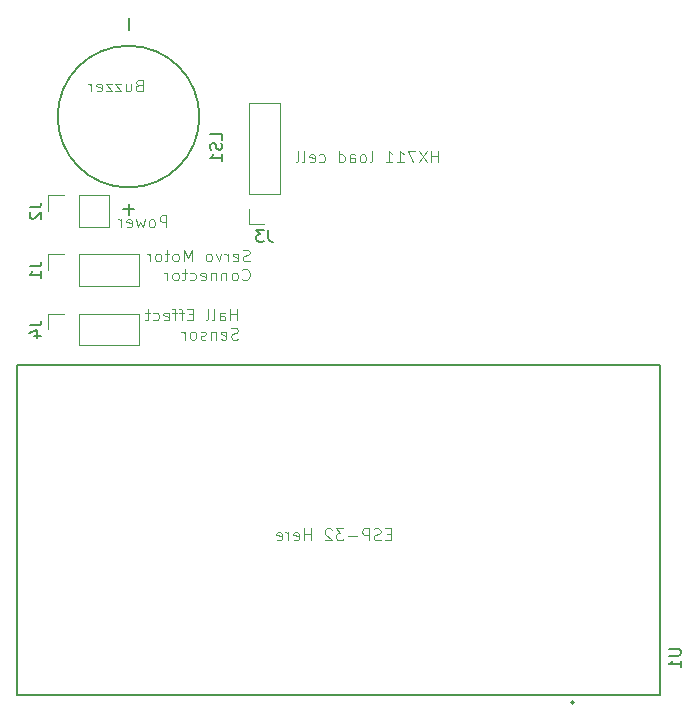
<source format=gbr>
%TF.GenerationSoftware,KiCad,Pcbnew,8.0.8*%
%TF.CreationDate,2025-07-06T22:48:33+02:00*%
%TF.ProjectId,custom locker,63757374-6f6d-4206-9c6f-636b65722e6b,rev?*%
%TF.SameCoordinates,Original*%
%TF.FileFunction,Legend,Bot*%
%TF.FilePolarity,Positive*%
%FSLAX46Y46*%
G04 Gerber Fmt 4.6, Leading zero omitted, Abs format (unit mm)*
G04 Created by KiCad (PCBNEW 8.0.8) date 2025-07-06 22:48:33*
%MOMM*%
%LPD*%
G01*
G04 APERTURE LIST*
%ADD10C,0.100000*%
%ADD11C,0.150000*%
%ADD12C,0.120000*%
%ADD13C,0.127000*%
%ADD14C,0.200000*%
G04 APERTURE END LIST*
D10*
X24696115Y-38372419D02*
X24696115Y-37372419D01*
X24696115Y-37372419D02*
X24315163Y-37372419D01*
X24315163Y-37372419D02*
X24219925Y-37420038D01*
X24219925Y-37420038D02*
X24172306Y-37467657D01*
X24172306Y-37467657D02*
X24124687Y-37562895D01*
X24124687Y-37562895D02*
X24124687Y-37705752D01*
X24124687Y-37705752D02*
X24172306Y-37800990D01*
X24172306Y-37800990D02*
X24219925Y-37848609D01*
X24219925Y-37848609D02*
X24315163Y-37896228D01*
X24315163Y-37896228D02*
X24696115Y-37896228D01*
X23553258Y-38372419D02*
X23648496Y-38324800D01*
X23648496Y-38324800D02*
X23696115Y-38277180D01*
X23696115Y-38277180D02*
X23743734Y-38181942D01*
X23743734Y-38181942D02*
X23743734Y-37896228D01*
X23743734Y-37896228D02*
X23696115Y-37800990D01*
X23696115Y-37800990D02*
X23648496Y-37753371D01*
X23648496Y-37753371D02*
X23553258Y-37705752D01*
X23553258Y-37705752D02*
X23410401Y-37705752D01*
X23410401Y-37705752D02*
X23315163Y-37753371D01*
X23315163Y-37753371D02*
X23267544Y-37800990D01*
X23267544Y-37800990D02*
X23219925Y-37896228D01*
X23219925Y-37896228D02*
X23219925Y-38181942D01*
X23219925Y-38181942D02*
X23267544Y-38277180D01*
X23267544Y-38277180D02*
X23315163Y-38324800D01*
X23315163Y-38324800D02*
X23410401Y-38372419D01*
X23410401Y-38372419D02*
X23553258Y-38372419D01*
X22886591Y-37705752D02*
X22696115Y-38372419D01*
X22696115Y-38372419D02*
X22505639Y-37896228D01*
X22505639Y-37896228D02*
X22315163Y-38372419D01*
X22315163Y-38372419D02*
X22124687Y-37705752D01*
X21362782Y-38324800D02*
X21458020Y-38372419D01*
X21458020Y-38372419D02*
X21648496Y-38372419D01*
X21648496Y-38372419D02*
X21743734Y-38324800D01*
X21743734Y-38324800D02*
X21791353Y-38229561D01*
X21791353Y-38229561D02*
X21791353Y-37848609D01*
X21791353Y-37848609D02*
X21743734Y-37753371D01*
X21743734Y-37753371D02*
X21648496Y-37705752D01*
X21648496Y-37705752D02*
X21458020Y-37705752D01*
X21458020Y-37705752D02*
X21362782Y-37753371D01*
X21362782Y-37753371D02*
X21315163Y-37848609D01*
X21315163Y-37848609D02*
X21315163Y-37943847D01*
X21315163Y-37943847D02*
X21791353Y-38039085D01*
X20886591Y-38372419D02*
X20886591Y-37705752D01*
X20886591Y-37896228D02*
X20838972Y-37800990D01*
X20838972Y-37800990D02*
X20791353Y-37753371D01*
X20791353Y-37753371D02*
X20696115Y-37705752D01*
X20696115Y-37705752D02*
X20600877Y-37705752D01*
X43696115Y-64348609D02*
X43362782Y-64348609D01*
X43219925Y-64872419D02*
X43696115Y-64872419D01*
X43696115Y-64872419D02*
X43696115Y-63872419D01*
X43696115Y-63872419D02*
X43219925Y-63872419D01*
X42838972Y-64824800D02*
X42696115Y-64872419D01*
X42696115Y-64872419D02*
X42458020Y-64872419D01*
X42458020Y-64872419D02*
X42362782Y-64824800D01*
X42362782Y-64824800D02*
X42315163Y-64777180D01*
X42315163Y-64777180D02*
X42267544Y-64681942D01*
X42267544Y-64681942D02*
X42267544Y-64586704D01*
X42267544Y-64586704D02*
X42315163Y-64491466D01*
X42315163Y-64491466D02*
X42362782Y-64443847D01*
X42362782Y-64443847D02*
X42458020Y-64396228D01*
X42458020Y-64396228D02*
X42648496Y-64348609D01*
X42648496Y-64348609D02*
X42743734Y-64300990D01*
X42743734Y-64300990D02*
X42791353Y-64253371D01*
X42791353Y-64253371D02*
X42838972Y-64158133D01*
X42838972Y-64158133D02*
X42838972Y-64062895D01*
X42838972Y-64062895D02*
X42791353Y-63967657D01*
X42791353Y-63967657D02*
X42743734Y-63920038D01*
X42743734Y-63920038D02*
X42648496Y-63872419D01*
X42648496Y-63872419D02*
X42410401Y-63872419D01*
X42410401Y-63872419D02*
X42267544Y-63920038D01*
X41838972Y-64872419D02*
X41838972Y-63872419D01*
X41838972Y-63872419D02*
X41458020Y-63872419D01*
X41458020Y-63872419D02*
X41362782Y-63920038D01*
X41362782Y-63920038D02*
X41315163Y-63967657D01*
X41315163Y-63967657D02*
X41267544Y-64062895D01*
X41267544Y-64062895D02*
X41267544Y-64205752D01*
X41267544Y-64205752D02*
X41315163Y-64300990D01*
X41315163Y-64300990D02*
X41362782Y-64348609D01*
X41362782Y-64348609D02*
X41458020Y-64396228D01*
X41458020Y-64396228D02*
X41838972Y-64396228D01*
X40838972Y-64491466D02*
X40077068Y-64491466D01*
X39696115Y-63872419D02*
X39077068Y-63872419D01*
X39077068Y-63872419D02*
X39410401Y-64253371D01*
X39410401Y-64253371D02*
X39267544Y-64253371D01*
X39267544Y-64253371D02*
X39172306Y-64300990D01*
X39172306Y-64300990D02*
X39124687Y-64348609D01*
X39124687Y-64348609D02*
X39077068Y-64443847D01*
X39077068Y-64443847D02*
X39077068Y-64681942D01*
X39077068Y-64681942D02*
X39124687Y-64777180D01*
X39124687Y-64777180D02*
X39172306Y-64824800D01*
X39172306Y-64824800D02*
X39267544Y-64872419D01*
X39267544Y-64872419D02*
X39553258Y-64872419D01*
X39553258Y-64872419D02*
X39648496Y-64824800D01*
X39648496Y-64824800D02*
X39696115Y-64777180D01*
X38696115Y-63967657D02*
X38648496Y-63920038D01*
X38648496Y-63920038D02*
X38553258Y-63872419D01*
X38553258Y-63872419D02*
X38315163Y-63872419D01*
X38315163Y-63872419D02*
X38219925Y-63920038D01*
X38219925Y-63920038D02*
X38172306Y-63967657D01*
X38172306Y-63967657D02*
X38124687Y-64062895D01*
X38124687Y-64062895D02*
X38124687Y-64158133D01*
X38124687Y-64158133D02*
X38172306Y-64300990D01*
X38172306Y-64300990D02*
X38743734Y-64872419D01*
X38743734Y-64872419D02*
X38124687Y-64872419D01*
X36934210Y-64872419D02*
X36934210Y-63872419D01*
X36934210Y-64348609D02*
X36362782Y-64348609D01*
X36362782Y-64872419D02*
X36362782Y-63872419D01*
X35505639Y-64824800D02*
X35600877Y-64872419D01*
X35600877Y-64872419D02*
X35791353Y-64872419D01*
X35791353Y-64872419D02*
X35886591Y-64824800D01*
X35886591Y-64824800D02*
X35934210Y-64729561D01*
X35934210Y-64729561D02*
X35934210Y-64348609D01*
X35934210Y-64348609D02*
X35886591Y-64253371D01*
X35886591Y-64253371D02*
X35791353Y-64205752D01*
X35791353Y-64205752D02*
X35600877Y-64205752D01*
X35600877Y-64205752D02*
X35505639Y-64253371D01*
X35505639Y-64253371D02*
X35458020Y-64348609D01*
X35458020Y-64348609D02*
X35458020Y-64443847D01*
X35458020Y-64443847D02*
X35934210Y-64539085D01*
X35029448Y-64872419D02*
X35029448Y-64205752D01*
X35029448Y-64396228D02*
X34981829Y-64300990D01*
X34981829Y-64300990D02*
X34934210Y-64253371D01*
X34934210Y-64253371D02*
X34838972Y-64205752D01*
X34838972Y-64205752D02*
X34743734Y-64205752D01*
X34029448Y-64824800D02*
X34124686Y-64872419D01*
X34124686Y-64872419D02*
X34315162Y-64872419D01*
X34315162Y-64872419D02*
X34410400Y-64824800D01*
X34410400Y-64824800D02*
X34458019Y-64729561D01*
X34458019Y-64729561D02*
X34458019Y-64348609D01*
X34458019Y-64348609D02*
X34410400Y-64253371D01*
X34410400Y-64253371D02*
X34315162Y-64205752D01*
X34315162Y-64205752D02*
X34124686Y-64205752D01*
X34124686Y-64205752D02*
X34029448Y-64253371D01*
X34029448Y-64253371D02*
X33981829Y-64348609D01*
X33981829Y-64348609D02*
X33981829Y-64443847D01*
X33981829Y-64443847D02*
X34458019Y-64539085D01*
X47696115Y-32872419D02*
X47696115Y-31872419D01*
X47696115Y-32348609D02*
X47124687Y-32348609D01*
X47124687Y-32872419D02*
X47124687Y-31872419D01*
X46743734Y-31872419D02*
X46077068Y-32872419D01*
X46077068Y-31872419D02*
X46743734Y-32872419D01*
X45791353Y-31872419D02*
X45124687Y-31872419D01*
X45124687Y-31872419D02*
X45553258Y-32872419D01*
X44219925Y-32872419D02*
X44791353Y-32872419D01*
X44505639Y-32872419D02*
X44505639Y-31872419D01*
X44505639Y-31872419D02*
X44600877Y-32015276D01*
X44600877Y-32015276D02*
X44696115Y-32110514D01*
X44696115Y-32110514D02*
X44791353Y-32158133D01*
X43267544Y-32872419D02*
X43838972Y-32872419D01*
X43553258Y-32872419D02*
X43553258Y-31872419D01*
X43553258Y-31872419D02*
X43648496Y-32015276D01*
X43648496Y-32015276D02*
X43743734Y-32110514D01*
X43743734Y-32110514D02*
X43838972Y-32158133D01*
X41934210Y-32872419D02*
X42029448Y-32824800D01*
X42029448Y-32824800D02*
X42077067Y-32729561D01*
X42077067Y-32729561D02*
X42077067Y-31872419D01*
X41410400Y-32872419D02*
X41505638Y-32824800D01*
X41505638Y-32824800D02*
X41553257Y-32777180D01*
X41553257Y-32777180D02*
X41600876Y-32681942D01*
X41600876Y-32681942D02*
X41600876Y-32396228D01*
X41600876Y-32396228D02*
X41553257Y-32300990D01*
X41553257Y-32300990D02*
X41505638Y-32253371D01*
X41505638Y-32253371D02*
X41410400Y-32205752D01*
X41410400Y-32205752D02*
X41267543Y-32205752D01*
X41267543Y-32205752D02*
X41172305Y-32253371D01*
X41172305Y-32253371D02*
X41124686Y-32300990D01*
X41124686Y-32300990D02*
X41077067Y-32396228D01*
X41077067Y-32396228D02*
X41077067Y-32681942D01*
X41077067Y-32681942D02*
X41124686Y-32777180D01*
X41124686Y-32777180D02*
X41172305Y-32824800D01*
X41172305Y-32824800D02*
X41267543Y-32872419D01*
X41267543Y-32872419D02*
X41410400Y-32872419D01*
X40219924Y-32872419D02*
X40219924Y-32348609D01*
X40219924Y-32348609D02*
X40267543Y-32253371D01*
X40267543Y-32253371D02*
X40362781Y-32205752D01*
X40362781Y-32205752D02*
X40553257Y-32205752D01*
X40553257Y-32205752D02*
X40648495Y-32253371D01*
X40219924Y-32824800D02*
X40315162Y-32872419D01*
X40315162Y-32872419D02*
X40553257Y-32872419D01*
X40553257Y-32872419D02*
X40648495Y-32824800D01*
X40648495Y-32824800D02*
X40696114Y-32729561D01*
X40696114Y-32729561D02*
X40696114Y-32634323D01*
X40696114Y-32634323D02*
X40648495Y-32539085D01*
X40648495Y-32539085D02*
X40553257Y-32491466D01*
X40553257Y-32491466D02*
X40315162Y-32491466D01*
X40315162Y-32491466D02*
X40219924Y-32443847D01*
X39315162Y-32872419D02*
X39315162Y-31872419D01*
X39315162Y-32824800D02*
X39410400Y-32872419D01*
X39410400Y-32872419D02*
X39600876Y-32872419D01*
X39600876Y-32872419D02*
X39696114Y-32824800D01*
X39696114Y-32824800D02*
X39743733Y-32777180D01*
X39743733Y-32777180D02*
X39791352Y-32681942D01*
X39791352Y-32681942D02*
X39791352Y-32396228D01*
X39791352Y-32396228D02*
X39743733Y-32300990D01*
X39743733Y-32300990D02*
X39696114Y-32253371D01*
X39696114Y-32253371D02*
X39600876Y-32205752D01*
X39600876Y-32205752D02*
X39410400Y-32205752D01*
X39410400Y-32205752D02*
X39315162Y-32253371D01*
X37648495Y-32824800D02*
X37743733Y-32872419D01*
X37743733Y-32872419D02*
X37934209Y-32872419D01*
X37934209Y-32872419D02*
X38029447Y-32824800D01*
X38029447Y-32824800D02*
X38077066Y-32777180D01*
X38077066Y-32777180D02*
X38124685Y-32681942D01*
X38124685Y-32681942D02*
X38124685Y-32396228D01*
X38124685Y-32396228D02*
X38077066Y-32300990D01*
X38077066Y-32300990D02*
X38029447Y-32253371D01*
X38029447Y-32253371D02*
X37934209Y-32205752D01*
X37934209Y-32205752D02*
X37743733Y-32205752D01*
X37743733Y-32205752D02*
X37648495Y-32253371D01*
X36838971Y-32824800D02*
X36934209Y-32872419D01*
X36934209Y-32872419D02*
X37124685Y-32872419D01*
X37124685Y-32872419D02*
X37219923Y-32824800D01*
X37219923Y-32824800D02*
X37267542Y-32729561D01*
X37267542Y-32729561D02*
X37267542Y-32348609D01*
X37267542Y-32348609D02*
X37219923Y-32253371D01*
X37219923Y-32253371D02*
X37124685Y-32205752D01*
X37124685Y-32205752D02*
X36934209Y-32205752D01*
X36934209Y-32205752D02*
X36838971Y-32253371D01*
X36838971Y-32253371D02*
X36791352Y-32348609D01*
X36791352Y-32348609D02*
X36791352Y-32443847D01*
X36791352Y-32443847D02*
X37267542Y-32539085D01*
X36219923Y-32872419D02*
X36315161Y-32824800D01*
X36315161Y-32824800D02*
X36362780Y-32729561D01*
X36362780Y-32729561D02*
X36362780Y-31872419D01*
X35696113Y-32872419D02*
X35791351Y-32824800D01*
X35791351Y-32824800D02*
X35838970Y-32729561D01*
X35838970Y-32729561D02*
X35838970Y-31872419D01*
X31743734Y-41214856D02*
X31600877Y-41262475D01*
X31600877Y-41262475D02*
X31362782Y-41262475D01*
X31362782Y-41262475D02*
X31267544Y-41214856D01*
X31267544Y-41214856D02*
X31219925Y-41167236D01*
X31219925Y-41167236D02*
X31172306Y-41071998D01*
X31172306Y-41071998D02*
X31172306Y-40976760D01*
X31172306Y-40976760D02*
X31219925Y-40881522D01*
X31219925Y-40881522D02*
X31267544Y-40833903D01*
X31267544Y-40833903D02*
X31362782Y-40786284D01*
X31362782Y-40786284D02*
X31553258Y-40738665D01*
X31553258Y-40738665D02*
X31648496Y-40691046D01*
X31648496Y-40691046D02*
X31696115Y-40643427D01*
X31696115Y-40643427D02*
X31743734Y-40548189D01*
X31743734Y-40548189D02*
X31743734Y-40452951D01*
X31743734Y-40452951D02*
X31696115Y-40357713D01*
X31696115Y-40357713D02*
X31648496Y-40310094D01*
X31648496Y-40310094D02*
X31553258Y-40262475D01*
X31553258Y-40262475D02*
X31315163Y-40262475D01*
X31315163Y-40262475D02*
X31172306Y-40310094D01*
X30362782Y-41214856D02*
X30458020Y-41262475D01*
X30458020Y-41262475D02*
X30648496Y-41262475D01*
X30648496Y-41262475D02*
X30743734Y-41214856D01*
X30743734Y-41214856D02*
X30791353Y-41119617D01*
X30791353Y-41119617D02*
X30791353Y-40738665D01*
X30791353Y-40738665D02*
X30743734Y-40643427D01*
X30743734Y-40643427D02*
X30648496Y-40595808D01*
X30648496Y-40595808D02*
X30458020Y-40595808D01*
X30458020Y-40595808D02*
X30362782Y-40643427D01*
X30362782Y-40643427D02*
X30315163Y-40738665D01*
X30315163Y-40738665D02*
X30315163Y-40833903D01*
X30315163Y-40833903D02*
X30791353Y-40929141D01*
X29886591Y-41262475D02*
X29886591Y-40595808D01*
X29886591Y-40786284D02*
X29838972Y-40691046D01*
X29838972Y-40691046D02*
X29791353Y-40643427D01*
X29791353Y-40643427D02*
X29696115Y-40595808D01*
X29696115Y-40595808D02*
X29600877Y-40595808D01*
X29362781Y-40595808D02*
X29124686Y-41262475D01*
X29124686Y-41262475D02*
X28886591Y-40595808D01*
X28362781Y-41262475D02*
X28458019Y-41214856D01*
X28458019Y-41214856D02*
X28505638Y-41167236D01*
X28505638Y-41167236D02*
X28553257Y-41071998D01*
X28553257Y-41071998D02*
X28553257Y-40786284D01*
X28553257Y-40786284D02*
X28505638Y-40691046D01*
X28505638Y-40691046D02*
X28458019Y-40643427D01*
X28458019Y-40643427D02*
X28362781Y-40595808D01*
X28362781Y-40595808D02*
X28219924Y-40595808D01*
X28219924Y-40595808D02*
X28124686Y-40643427D01*
X28124686Y-40643427D02*
X28077067Y-40691046D01*
X28077067Y-40691046D02*
X28029448Y-40786284D01*
X28029448Y-40786284D02*
X28029448Y-41071998D01*
X28029448Y-41071998D02*
X28077067Y-41167236D01*
X28077067Y-41167236D02*
X28124686Y-41214856D01*
X28124686Y-41214856D02*
X28219924Y-41262475D01*
X28219924Y-41262475D02*
X28362781Y-41262475D01*
X26838971Y-41262475D02*
X26838971Y-40262475D01*
X26838971Y-40262475D02*
X26505638Y-40976760D01*
X26505638Y-40976760D02*
X26172305Y-40262475D01*
X26172305Y-40262475D02*
X26172305Y-41262475D01*
X25553257Y-41262475D02*
X25648495Y-41214856D01*
X25648495Y-41214856D02*
X25696114Y-41167236D01*
X25696114Y-41167236D02*
X25743733Y-41071998D01*
X25743733Y-41071998D02*
X25743733Y-40786284D01*
X25743733Y-40786284D02*
X25696114Y-40691046D01*
X25696114Y-40691046D02*
X25648495Y-40643427D01*
X25648495Y-40643427D02*
X25553257Y-40595808D01*
X25553257Y-40595808D02*
X25410400Y-40595808D01*
X25410400Y-40595808D02*
X25315162Y-40643427D01*
X25315162Y-40643427D02*
X25267543Y-40691046D01*
X25267543Y-40691046D02*
X25219924Y-40786284D01*
X25219924Y-40786284D02*
X25219924Y-41071998D01*
X25219924Y-41071998D02*
X25267543Y-41167236D01*
X25267543Y-41167236D02*
X25315162Y-41214856D01*
X25315162Y-41214856D02*
X25410400Y-41262475D01*
X25410400Y-41262475D02*
X25553257Y-41262475D01*
X24934209Y-40595808D02*
X24553257Y-40595808D01*
X24791352Y-40262475D02*
X24791352Y-41119617D01*
X24791352Y-41119617D02*
X24743733Y-41214856D01*
X24743733Y-41214856D02*
X24648495Y-41262475D01*
X24648495Y-41262475D02*
X24553257Y-41262475D01*
X24077066Y-41262475D02*
X24172304Y-41214856D01*
X24172304Y-41214856D02*
X24219923Y-41167236D01*
X24219923Y-41167236D02*
X24267542Y-41071998D01*
X24267542Y-41071998D02*
X24267542Y-40786284D01*
X24267542Y-40786284D02*
X24219923Y-40691046D01*
X24219923Y-40691046D02*
X24172304Y-40643427D01*
X24172304Y-40643427D02*
X24077066Y-40595808D01*
X24077066Y-40595808D02*
X23934209Y-40595808D01*
X23934209Y-40595808D02*
X23838971Y-40643427D01*
X23838971Y-40643427D02*
X23791352Y-40691046D01*
X23791352Y-40691046D02*
X23743733Y-40786284D01*
X23743733Y-40786284D02*
X23743733Y-41071998D01*
X23743733Y-41071998D02*
X23791352Y-41167236D01*
X23791352Y-41167236D02*
X23838971Y-41214856D01*
X23838971Y-41214856D02*
X23934209Y-41262475D01*
X23934209Y-41262475D02*
X24077066Y-41262475D01*
X23315161Y-41262475D02*
X23315161Y-40595808D01*
X23315161Y-40786284D02*
X23267542Y-40691046D01*
X23267542Y-40691046D02*
X23219923Y-40643427D01*
X23219923Y-40643427D02*
X23124685Y-40595808D01*
X23124685Y-40595808D02*
X23029447Y-40595808D01*
X31124687Y-42777180D02*
X31172306Y-42824800D01*
X31172306Y-42824800D02*
X31315163Y-42872419D01*
X31315163Y-42872419D02*
X31410401Y-42872419D01*
X31410401Y-42872419D02*
X31553258Y-42824800D01*
X31553258Y-42824800D02*
X31648496Y-42729561D01*
X31648496Y-42729561D02*
X31696115Y-42634323D01*
X31696115Y-42634323D02*
X31743734Y-42443847D01*
X31743734Y-42443847D02*
X31743734Y-42300990D01*
X31743734Y-42300990D02*
X31696115Y-42110514D01*
X31696115Y-42110514D02*
X31648496Y-42015276D01*
X31648496Y-42015276D02*
X31553258Y-41920038D01*
X31553258Y-41920038D02*
X31410401Y-41872419D01*
X31410401Y-41872419D02*
X31315163Y-41872419D01*
X31315163Y-41872419D02*
X31172306Y-41920038D01*
X31172306Y-41920038D02*
X31124687Y-41967657D01*
X30553258Y-42872419D02*
X30648496Y-42824800D01*
X30648496Y-42824800D02*
X30696115Y-42777180D01*
X30696115Y-42777180D02*
X30743734Y-42681942D01*
X30743734Y-42681942D02*
X30743734Y-42396228D01*
X30743734Y-42396228D02*
X30696115Y-42300990D01*
X30696115Y-42300990D02*
X30648496Y-42253371D01*
X30648496Y-42253371D02*
X30553258Y-42205752D01*
X30553258Y-42205752D02*
X30410401Y-42205752D01*
X30410401Y-42205752D02*
X30315163Y-42253371D01*
X30315163Y-42253371D02*
X30267544Y-42300990D01*
X30267544Y-42300990D02*
X30219925Y-42396228D01*
X30219925Y-42396228D02*
X30219925Y-42681942D01*
X30219925Y-42681942D02*
X30267544Y-42777180D01*
X30267544Y-42777180D02*
X30315163Y-42824800D01*
X30315163Y-42824800D02*
X30410401Y-42872419D01*
X30410401Y-42872419D02*
X30553258Y-42872419D01*
X29791353Y-42205752D02*
X29791353Y-42872419D01*
X29791353Y-42300990D02*
X29743734Y-42253371D01*
X29743734Y-42253371D02*
X29648496Y-42205752D01*
X29648496Y-42205752D02*
X29505639Y-42205752D01*
X29505639Y-42205752D02*
X29410401Y-42253371D01*
X29410401Y-42253371D02*
X29362782Y-42348609D01*
X29362782Y-42348609D02*
X29362782Y-42872419D01*
X28886591Y-42205752D02*
X28886591Y-42872419D01*
X28886591Y-42300990D02*
X28838972Y-42253371D01*
X28838972Y-42253371D02*
X28743734Y-42205752D01*
X28743734Y-42205752D02*
X28600877Y-42205752D01*
X28600877Y-42205752D02*
X28505639Y-42253371D01*
X28505639Y-42253371D02*
X28458020Y-42348609D01*
X28458020Y-42348609D02*
X28458020Y-42872419D01*
X27600877Y-42824800D02*
X27696115Y-42872419D01*
X27696115Y-42872419D02*
X27886591Y-42872419D01*
X27886591Y-42872419D02*
X27981829Y-42824800D01*
X27981829Y-42824800D02*
X28029448Y-42729561D01*
X28029448Y-42729561D02*
X28029448Y-42348609D01*
X28029448Y-42348609D02*
X27981829Y-42253371D01*
X27981829Y-42253371D02*
X27886591Y-42205752D01*
X27886591Y-42205752D02*
X27696115Y-42205752D01*
X27696115Y-42205752D02*
X27600877Y-42253371D01*
X27600877Y-42253371D02*
X27553258Y-42348609D01*
X27553258Y-42348609D02*
X27553258Y-42443847D01*
X27553258Y-42443847D02*
X28029448Y-42539085D01*
X26696115Y-42824800D02*
X26791353Y-42872419D01*
X26791353Y-42872419D02*
X26981829Y-42872419D01*
X26981829Y-42872419D02*
X27077067Y-42824800D01*
X27077067Y-42824800D02*
X27124686Y-42777180D01*
X27124686Y-42777180D02*
X27172305Y-42681942D01*
X27172305Y-42681942D02*
X27172305Y-42396228D01*
X27172305Y-42396228D02*
X27124686Y-42300990D01*
X27124686Y-42300990D02*
X27077067Y-42253371D01*
X27077067Y-42253371D02*
X26981829Y-42205752D01*
X26981829Y-42205752D02*
X26791353Y-42205752D01*
X26791353Y-42205752D02*
X26696115Y-42253371D01*
X26410400Y-42205752D02*
X26029448Y-42205752D01*
X26267543Y-41872419D02*
X26267543Y-42729561D01*
X26267543Y-42729561D02*
X26219924Y-42824800D01*
X26219924Y-42824800D02*
X26124686Y-42872419D01*
X26124686Y-42872419D02*
X26029448Y-42872419D01*
X25553257Y-42872419D02*
X25648495Y-42824800D01*
X25648495Y-42824800D02*
X25696114Y-42777180D01*
X25696114Y-42777180D02*
X25743733Y-42681942D01*
X25743733Y-42681942D02*
X25743733Y-42396228D01*
X25743733Y-42396228D02*
X25696114Y-42300990D01*
X25696114Y-42300990D02*
X25648495Y-42253371D01*
X25648495Y-42253371D02*
X25553257Y-42205752D01*
X25553257Y-42205752D02*
X25410400Y-42205752D01*
X25410400Y-42205752D02*
X25315162Y-42253371D01*
X25315162Y-42253371D02*
X25267543Y-42300990D01*
X25267543Y-42300990D02*
X25219924Y-42396228D01*
X25219924Y-42396228D02*
X25219924Y-42681942D01*
X25219924Y-42681942D02*
X25267543Y-42777180D01*
X25267543Y-42777180D02*
X25315162Y-42824800D01*
X25315162Y-42824800D02*
X25410400Y-42872419D01*
X25410400Y-42872419D02*
X25553257Y-42872419D01*
X24791352Y-42872419D02*
X24791352Y-42205752D01*
X24791352Y-42396228D02*
X24743733Y-42300990D01*
X24743733Y-42300990D02*
X24696114Y-42253371D01*
X24696114Y-42253371D02*
X24600876Y-42205752D01*
X24600876Y-42205752D02*
X24505638Y-42205752D01*
X22362782Y-26348609D02*
X22219925Y-26396228D01*
X22219925Y-26396228D02*
X22172306Y-26443847D01*
X22172306Y-26443847D02*
X22124687Y-26539085D01*
X22124687Y-26539085D02*
X22124687Y-26681942D01*
X22124687Y-26681942D02*
X22172306Y-26777180D01*
X22172306Y-26777180D02*
X22219925Y-26824800D01*
X22219925Y-26824800D02*
X22315163Y-26872419D01*
X22315163Y-26872419D02*
X22696115Y-26872419D01*
X22696115Y-26872419D02*
X22696115Y-25872419D01*
X22696115Y-25872419D02*
X22362782Y-25872419D01*
X22362782Y-25872419D02*
X22267544Y-25920038D01*
X22267544Y-25920038D02*
X22219925Y-25967657D01*
X22219925Y-25967657D02*
X22172306Y-26062895D01*
X22172306Y-26062895D02*
X22172306Y-26158133D01*
X22172306Y-26158133D02*
X22219925Y-26253371D01*
X22219925Y-26253371D02*
X22267544Y-26300990D01*
X22267544Y-26300990D02*
X22362782Y-26348609D01*
X22362782Y-26348609D02*
X22696115Y-26348609D01*
X21267544Y-26205752D02*
X21267544Y-26872419D01*
X21696115Y-26205752D02*
X21696115Y-26729561D01*
X21696115Y-26729561D02*
X21648496Y-26824800D01*
X21648496Y-26824800D02*
X21553258Y-26872419D01*
X21553258Y-26872419D02*
X21410401Y-26872419D01*
X21410401Y-26872419D02*
X21315163Y-26824800D01*
X21315163Y-26824800D02*
X21267544Y-26777180D01*
X20886591Y-26205752D02*
X20362782Y-26205752D01*
X20362782Y-26205752D02*
X20886591Y-26872419D01*
X20886591Y-26872419D02*
X20362782Y-26872419D01*
X20077067Y-26205752D02*
X19553258Y-26205752D01*
X19553258Y-26205752D02*
X20077067Y-26872419D01*
X20077067Y-26872419D02*
X19553258Y-26872419D01*
X18791353Y-26824800D02*
X18886591Y-26872419D01*
X18886591Y-26872419D02*
X19077067Y-26872419D01*
X19077067Y-26872419D02*
X19172305Y-26824800D01*
X19172305Y-26824800D02*
X19219924Y-26729561D01*
X19219924Y-26729561D02*
X19219924Y-26348609D01*
X19219924Y-26348609D02*
X19172305Y-26253371D01*
X19172305Y-26253371D02*
X19077067Y-26205752D01*
X19077067Y-26205752D02*
X18886591Y-26205752D01*
X18886591Y-26205752D02*
X18791353Y-26253371D01*
X18791353Y-26253371D02*
X18743734Y-26348609D01*
X18743734Y-26348609D02*
X18743734Y-26443847D01*
X18743734Y-26443847D02*
X19219924Y-26539085D01*
X18315162Y-26872419D02*
X18315162Y-26205752D01*
X18315162Y-26396228D02*
X18267543Y-26300990D01*
X18267543Y-26300990D02*
X18219924Y-26253371D01*
X18219924Y-26253371D02*
X18124686Y-26205752D01*
X18124686Y-26205752D02*
X18029448Y-26205752D01*
X30696115Y-46262475D02*
X30696115Y-45262475D01*
X30696115Y-45738665D02*
X30124687Y-45738665D01*
X30124687Y-46262475D02*
X30124687Y-45262475D01*
X29219925Y-46262475D02*
X29219925Y-45738665D01*
X29219925Y-45738665D02*
X29267544Y-45643427D01*
X29267544Y-45643427D02*
X29362782Y-45595808D01*
X29362782Y-45595808D02*
X29553258Y-45595808D01*
X29553258Y-45595808D02*
X29648496Y-45643427D01*
X29219925Y-46214856D02*
X29315163Y-46262475D01*
X29315163Y-46262475D02*
X29553258Y-46262475D01*
X29553258Y-46262475D02*
X29648496Y-46214856D01*
X29648496Y-46214856D02*
X29696115Y-46119617D01*
X29696115Y-46119617D02*
X29696115Y-46024379D01*
X29696115Y-46024379D02*
X29648496Y-45929141D01*
X29648496Y-45929141D02*
X29553258Y-45881522D01*
X29553258Y-45881522D02*
X29315163Y-45881522D01*
X29315163Y-45881522D02*
X29219925Y-45833903D01*
X28600877Y-46262475D02*
X28696115Y-46214856D01*
X28696115Y-46214856D02*
X28743734Y-46119617D01*
X28743734Y-46119617D02*
X28743734Y-45262475D01*
X28077067Y-46262475D02*
X28172305Y-46214856D01*
X28172305Y-46214856D02*
X28219924Y-46119617D01*
X28219924Y-46119617D02*
X28219924Y-45262475D01*
X26934209Y-45738665D02*
X26600876Y-45738665D01*
X26458019Y-46262475D02*
X26934209Y-46262475D01*
X26934209Y-46262475D02*
X26934209Y-45262475D01*
X26934209Y-45262475D02*
X26458019Y-45262475D01*
X26172304Y-45595808D02*
X25791352Y-45595808D01*
X26029447Y-46262475D02*
X26029447Y-45405332D01*
X26029447Y-45405332D02*
X25981828Y-45310094D01*
X25981828Y-45310094D02*
X25886590Y-45262475D01*
X25886590Y-45262475D02*
X25791352Y-45262475D01*
X25600875Y-45595808D02*
X25219923Y-45595808D01*
X25458018Y-46262475D02*
X25458018Y-45405332D01*
X25458018Y-45405332D02*
X25410399Y-45310094D01*
X25410399Y-45310094D02*
X25315161Y-45262475D01*
X25315161Y-45262475D02*
X25219923Y-45262475D01*
X24505637Y-46214856D02*
X24600875Y-46262475D01*
X24600875Y-46262475D02*
X24791351Y-46262475D01*
X24791351Y-46262475D02*
X24886589Y-46214856D01*
X24886589Y-46214856D02*
X24934208Y-46119617D01*
X24934208Y-46119617D02*
X24934208Y-45738665D01*
X24934208Y-45738665D02*
X24886589Y-45643427D01*
X24886589Y-45643427D02*
X24791351Y-45595808D01*
X24791351Y-45595808D02*
X24600875Y-45595808D01*
X24600875Y-45595808D02*
X24505637Y-45643427D01*
X24505637Y-45643427D02*
X24458018Y-45738665D01*
X24458018Y-45738665D02*
X24458018Y-45833903D01*
X24458018Y-45833903D02*
X24934208Y-45929141D01*
X23600875Y-46214856D02*
X23696113Y-46262475D01*
X23696113Y-46262475D02*
X23886589Y-46262475D01*
X23886589Y-46262475D02*
X23981827Y-46214856D01*
X23981827Y-46214856D02*
X24029446Y-46167236D01*
X24029446Y-46167236D02*
X24077065Y-46071998D01*
X24077065Y-46071998D02*
X24077065Y-45786284D01*
X24077065Y-45786284D02*
X24029446Y-45691046D01*
X24029446Y-45691046D02*
X23981827Y-45643427D01*
X23981827Y-45643427D02*
X23886589Y-45595808D01*
X23886589Y-45595808D02*
X23696113Y-45595808D01*
X23696113Y-45595808D02*
X23600875Y-45643427D01*
X23315160Y-45595808D02*
X22934208Y-45595808D01*
X23172303Y-45262475D02*
X23172303Y-46119617D01*
X23172303Y-46119617D02*
X23124684Y-46214856D01*
X23124684Y-46214856D02*
X23029446Y-46262475D01*
X23029446Y-46262475D02*
X22934208Y-46262475D01*
X30743734Y-47824800D02*
X30600877Y-47872419D01*
X30600877Y-47872419D02*
X30362782Y-47872419D01*
X30362782Y-47872419D02*
X30267544Y-47824800D01*
X30267544Y-47824800D02*
X30219925Y-47777180D01*
X30219925Y-47777180D02*
X30172306Y-47681942D01*
X30172306Y-47681942D02*
X30172306Y-47586704D01*
X30172306Y-47586704D02*
X30219925Y-47491466D01*
X30219925Y-47491466D02*
X30267544Y-47443847D01*
X30267544Y-47443847D02*
X30362782Y-47396228D01*
X30362782Y-47396228D02*
X30553258Y-47348609D01*
X30553258Y-47348609D02*
X30648496Y-47300990D01*
X30648496Y-47300990D02*
X30696115Y-47253371D01*
X30696115Y-47253371D02*
X30743734Y-47158133D01*
X30743734Y-47158133D02*
X30743734Y-47062895D01*
X30743734Y-47062895D02*
X30696115Y-46967657D01*
X30696115Y-46967657D02*
X30648496Y-46920038D01*
X30648496Y-46920038D02*
X30553258Y-46872419D01*
X30553258Y-46872419D02*
X30315163Y-46872419D01*
X30315163Y-46872419D02*
X30172306Y-46920038D01*
X29362782Y-47824800D02*
X29458020Y-47872419D01*
X29458020Y-47872419D02*
X29648496Y-47872419D01*
X29648496Y-47872419D02*
X29743734Y-47824800D01*
X29743734Y-47824800D02*
X29791353Y-47729561D01*
X29791353Y-47729561D02*
X29791353Y-47348609D01*
X29791353Y-47348609D02*
X29743734Y-47253371D01*
X29743734Y-47253371D02*
X29648496Y-47205752D01*
X29648496Y-47205752D02*
X29458020Y-47205752D01*
X29458020Y-47205752D02*
X29362782Y-47253371D01*
X29362782Y-47253371D02*
X29315163Y-47348609D01*
X29315163Y-47348609D02*
X29315163Y-47443847D01*
X29315163Y-47443847D02*
X29791353Y-47539085D01*
X28886591Y-47205752D02*
X28886591Y-47872419D01*
X28886591Y-47300990D02*
X28838972Y-47253371D01*
X28838972Y-47253371D02*
X28743734Y-47205752D01*
X28743734Y-47205752D02*
X28600877Y-47205752D01*
X28600877Y-47205752D02*
X28505639Y-47253371D01*
X28505639Y-47253371D02*
X28458020Y-47348609D01*
X28458020Y-47348609D02*
X28458020Y-47872419D01*
X28029448Y-47824800D02*
X27934210Y-47872419D01*
X27934210Y-47872419D02*
X27743734Y-47872419D01*
X27743734Y-47872419D02*
X27648496Y-47824800D01*
X27648496Y-47824800D02*
X27600877Y-47729561D01*
X27600877Y-47729561D02*
X27600877Y-47681942D01*
X27600877Y-47681942D02*
X27648496Y-47586704D01*
X27648496Y-47586704D02*
X27743734Y-47539085D01*
X27743734Y-47539085D02*
X27886591Y-47539085D01*
X27886591Y-47539085D02*
X27981829Y-47491466D01*
X27981829Y-47491466D02*
X28029448Y-47396228D01*
X28029448Y-47396228D02*
X28029448Y-47348609D01*
X28029448Y-47348609D02*
X27981829Y-47253371D01*
X27981829Y-47253371D02*
X27886591Y-47205752D01*
X27886591Y-47205752D02*
X27743734Y-47205752D01*
X27743734Y-47205752D02*
X27648496Y-47253371D01*
X27029448Y-47872419D02*
X27124686Y-47824800D01*
X27124686Y-47824800D02*
X27172305Y-47777180D01*
X27172305Y-47777180D02*
X27219924Y-47681942D01*
X27219924Y-47681942D02*
X27219924Y-47396228D01*
X27219924Y-47396228D02*
X27172305Y-47300990D01*
X27172305Y-47300990D02*
X27124686Y-47253371D01*
X27124686Y-47253371D02*
X27029448Y-47205752D01*
X27029448Y-47205752D02*
X26886591Y-47205752D01*
X26886591Y-47205752D02*
X26791353Y-47253371D01*
X26791353Y-47253371D02*
X26743734Y-47300990D01*
X26743734Y-47300990D02*
X26696115Y-47396228D01*
X26696115Y-47396228D02*
X26696115Y-47681942D01*
X26696115Y-47681942D02*
X26743734Y-47777180D01*
X26743734Y-47777180D02*
X26791353Y-47824800D01*
X26791353Y-47824800D02*
X26886591Y-47872419D01*
X26886591Y-47872419D02*
X27029448Y-47872419D01*
X26267543Y-47872419D02*
X26267543Y-47205752D01*
X26267543Y-47396228D02*
X26219924Y-47300990D01*
X26219924Y-47300990D02*
X26172305Y-47253371D01*
X26172305Y-47253371D02*
X26077067Y-47205752D01*
X26077067Y-47205752D02*
X25981829Y-47205752D01*
D11*
X13124819Y-36666666D02*
X13839104Y-36666666D01*
X13839104Y-36666666D02*
X13981961Y-36619047D01*
X13981961Y-36619047D02*
X14077200Y-36523809D01*
X14077200Y-36523809D02*
X14124819Y-36380952D01*
X14124819Y-36380952D02*
X14124819Y-36285714D01*
X13220057Y-37095238D02*
X13172438Y-37142857D01*
X13172438Y-37142857D02*
X13124819Y-37238095D01*
X13124819Y-37238095D02*
X13124819Y-37476190D01*
X13124819Y-37476190D02*
X13172438Y-37571428D01*
X13172438Y-37571428D02*
X13220057Y-37619047D01*
X13220057Y-37619047D02*
X13315295Y-37666666D01*
X13315295Y-37666666D02*
X13410533Y-37666666D01*
X13410533Y-37666666D02*
X13553390Y-37619047D01*
X13553390Y-37619047D02*
X14124819Y-37047619D01*
X14124819Y-37047619D02*
X14124819Y-37666666D01*
X33333333Y-38584819D02*
X33333333Y-39299104D01*
X33333333Y-39299104D02*
X33380952Y-39441961D01*
X33380952Y-39441961D02*
X33476190Y-39537200D01*
X33476190Y-39537200D02*
X33619047Y-39584819D01*
X33619047Y-39584819D02*
X33714285Y-39584819D01*
X32952380Y-38584819D02*
X32333333Y-38584819D01*
X32333333Y-38584819D02*
X32666666Y-38965771D01*
X32666666Y-38965771D02*
X32523809Y-38965771D01*
X32523809Y-38965771D02*
X32428571Y-39013390D01*
X32428571Y-39013390D02*
X32380952Y-39061009D01*
X32380952Y-39061009D02*
X32333333Y-39156247D01*
X32333333Y-39156247D02*
X32333333Y-39394342D01*
X32333333Y-39394342D02*
X32380952Y-39489580D01*
X32380952Y-39489580D02*
X32428571Y-39537200D01*
X32428571Y-39537200D02*
X32523809Y-39584819D01*
X32523809Y-39584819D02*
X32809523Y-39584819D01*
X32809523Y-39584819D02*
X32904761Y-39537200D01*
X32904761Y-39537200D02*
X32952380Y-39489580D01*
X29419819Y-30952142D02*
X29419819Y-30475952D01*
X29419819Y-30475952D02*
X28419819Y-30475952D01*
X29372200Y-31237857D02*
X29419819Y-31380714D01*
X29419819Y-31380714D02*
X29419819Y-31618809D01*
X29419819Y-31618809D02*
X29372200Y-31714047D01*
X29372200Y-31714047D02*
X29324580Y-31761666D01*
X29324580Y-31761666D02*
X29229342Y-31809285D01*
X29229342Y-31809285D02*
X29134104Y-31809285D01*
X29134104Y-31809285D02*
X29038866Y-31761666D01*
X29038866Y-31761666D02*
X28991247Y-31714047D01*
X28991247Y-31714047D02*
X28943628Y-31618809D01*
X28943628Y-31618809D02*
X28896009Y-31428333D01*
X28896009Y-31428333D02*
X28848390Y-31333095D01*
X28848390Y-31333095D02*
X28800771Y-31285476D01*
X28800771Y-31285476D02*
X28705533Y-31237857D01*
X28705533Y-31237857D02*
X28610295Y-31237857D01*
X28610295Y-31237857D02*
X28515057Y-31285476D01*
X28515057Y-31285476D02*
X28467438Y-31333095D01*
X28467438Y-31333095D02*
X28419819Y-31428333D01*
X28419819Y-31428333D02*
X28419819Y-31666428D01*
X28419819Y-31666428D02*
X28467438Y-31809285D01*
X29419819Y-32761666D02*
X29419819Y-32190238D01*
X29419819Y-32475952D02*
X28419819Y-32475952D01*
X28419819Y-32475952D02*
X28562676Y-32380714D01*
X28562676Y-32380714D02*
X28657914Y-32285476D01*
X28657914Y-32285476D02*
X28705533Y-32190238D01*
X13124819Y-46666666D02*
X13839104Y-46666666D01*
X13839104Y-46666666D02*
X13981961Y-46619047D01*
X13981961Y-46619047D02*
X14077200Y-46523809D01*
X14077200Y-46523809D02*
X14124819Y-46380952D01*
X14124819Y-46380952D02*
X14124819Y-46285714D01*
X13458152Y-47571428D02*
X14124819Y-47571428D01*
X13077200Y-47333333D02*
X13791485Y-47095238D01*
X13791485Y-47095238D02*
X13791485Y-47714285D01*
X67240657Y-74066976D02*
X68050493Y-74066976D01*
X68050493Y-74066976D02*
X68145768Y-74114613D01*
X68145768Y-74114613D02*
X68193406Y-74162251D01*
X68193406Y-74162251D02*
X68241043Y-74257525D01*
X68241043Y-74257525D02*
X68241043Y-74448075D01*
X68241043Y-74448075D02*
X68193406Y-74543350D01*
X68193406Y-74543350D02*
X68145768Y-74590987D01*
X68145768Y-74590987D02*
X68050493Y-74638625D01*
X68050493Y-74638625D02*
X67240657Y-74638625D01*
X68241043Y-75639010D02*
X68241043Y-75067361D01*
X68241043Y-75353186D02*
X67240657Y-75353186D01*
X67240657Y-75353186D02*
X67383569Y-75257911D01*
X67383569Y-75257911D02*
X67478844Y-75162636D01*
X67478844Y-75162636D02*
X67526482Y-75067361D01*
X13124819Y-41666666D02*
X13839104Y-41666666D01*
X13839104Y-41666666D02*
X13981961Y-41619047D01*
X13981961Y-41619047D02*
X14077200Y-41523809D01*
X14077200Y-41523809D02*
X14124819Y-41380952D01*
X14124819Y-41380952D02*
X14124819Y-41285714D01*
X14124819Y-42666666D02*
X14124819Y-42095238D01*
X14124819Y-42380952D02*
X13124819Y-42380952D01*
X13124819Y-42380952D02*
X13267676Y-42285714D01*
X13267676Y-42285714D02*
X13362914Y-42190476D01*
X13362914Y-42190476D02*
X13410533Y-42095238D01*
D12*
%TO.C,J2*%
X14670000Y-35670000D02*
X16000000Y-35670000D01*
X14670000Y-37000000D02*
X14670000Y-35670000D01*
X17270000Y-38330000D02*
X17270000Y-35670000D01*
X19870000Y-35670000D02*
X17270000Y-35670000D01*
X19870000Y-38330000D02*
X17270000Y-38330000D01*
X19870000Y-38330000D02*
X19870000Y-35670000D01*
%TO.C,J3*%
X31670000Y-27850000D02*
X31670000Y-35530000D01*
X31670000Y-38130000D02*
X31670000Y-36800000D01*
X33000000Y-38130000D02*
X31670000Y-38130000D01*
X34330000Y-27850000D02*
X31670000Y-27850000D01*
X34330000Y-27850000D02*
X34330000Y-35530000D01*
X34330000Y-35530000D02*
X31670000Y-35530000D01*
D13*
%TO.C,LS1*%
X21000000Y-36860000D02*
X22000000Y-36860000D01*
X21500000Y-20640000D02*
X21500000Y-21640000D01*
X21500000Y-36360000D02*
X21500000Y-37360000D01*
X27500000Y-29000000D02*
G75*
G02*
X15500000Y-29000000I-6000000J0D01*
G01*
X15500000Y-29000000D02*
G75*
G02*
X27500000Y-29000000I6000000J0D01*
G01*
D12*
%TO.C,J4*%
X14670000Y-45670000D02*
X16000000Y-45670000D01*
X14670000Y-47000000D02*
X14670000Y-45670000D01*
X17270000Y-48330000D02*
X17270000Y-45670000D01*
X22410000Y-45670000D02*
X17270000Y-45670000D01*
X22410000Y-48330000D02*
X17270000Y-48330000D01*
X22410000Y-48330000D02*
X22410000Y-45670000D01*
D13*
%TO.C,U1*%
X12090000Y-50050000D02*
X66490000Y-50050000D01*
X12090000Y-77950000D02*
X12090000Y-50050000D01*
X66490000Y-50050000D02*
X66490000Y-77950000D01*
X66490000Y-77950000D02*
X12090000Y-77950000D01*
D14*
X59200000Y-78600000D02*
G75*
G02*
X59000000Y-78600000I-100000J0D01*
G01*
X59000000Y-78600000D02*
G75*
G02*
X59200000Y-78600000I100000J0D01*
G01*
D12*
%TO.C,J1*%
X14670000Y-40670000D02*
X16000000Y-40670000D01*
X14670000Y-42000000D02*
X14670000Y-40670000D01*
X17270000Y-43330000D02*
X17270000Y-40670000D01*
X22410000Y-40670000D02*
X17270000Y-40670000D01*
X22410000Y-43330000D02*
X17270000Y-43330000D01*
X22410000Y-43330000D02*
X22410000Y-40670000D01*
%TD*%
M02*

</source>
